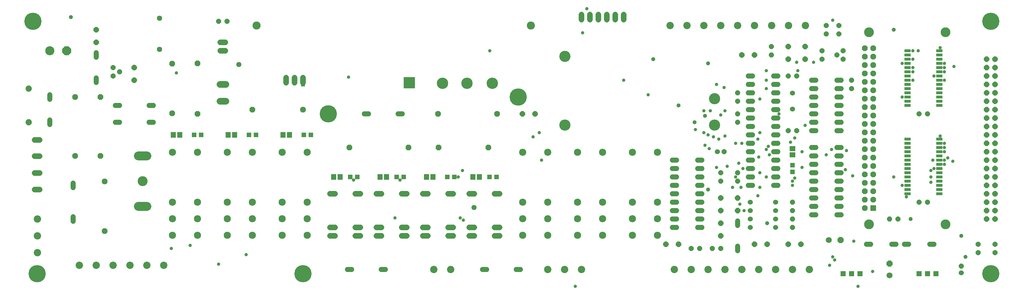
<source format=gts>
G75*
G70*
%OFA0B0*%
%FSLAX24Y24*%
%IPPOS*%
%LPD*%
%AMOC8*
5,1,8,0,0,1.08239X$1,22.5*
%
%ADD10C,0.2049*%
%ADD11C,0.0600*%
%ADD12OC8,0.0600*%
%ADD13C,0.0595*%
%ADD14C,0.1080*%
%ADD15OC8,0.1080*%
%ADD16OC8,0.0680*%
%ADD17C,0.0740*%
%ADD18OC8,0.0640*%
%ADD19C,0.0680*%
%ADD20C,0.0674*%
%ADD21C,0.0789*%
%ADD22C,0.1080*%
%ADD23C,0.1180*%
%ADD24R,0.1346X0.1346*%
%ADD25C,0.1346*%
%ADD26C,0.0600*%
%ADD27C,0.0634*%
%ADD28R,0.0552X0.0552*%
%ADD29R,0.0671X0.0592*%
%ADD30C,0.1163*%
%ADD31R,0.0680X0.0680*%
%ADD32R,0.0592X0.0671*%
%ADD33C,0.0848*%
%ADD34C,0.1328*%
%ADD35C,0.0867*%
%ADD36OC8,0.0710*%
%ADD37C,0.0710*%
%ADD38R,0.0630X0.0630*%
%ADD39C,0.0966*%
%ADD40R,0.0749X0.0336*%
%ADD41C,0.0397*%
%ADD42C,0.0476*%
%ADD43R,0.0476X0.0476*%
%ADD44C,0.0611*%
D10*
X003100Y002600D03*
X034600Y002600D03*
X037600Y021600D03*
X060100Y023600D03*
X116100Y032600D03*
X116100Y002600D03*
X002600Y032600D03*
D11*
X010100Y028860D02*
X010100Y028340D01*
X010100Y025860D02*
X010100Y025340D01*
X004600Y023860D02*
X004600Y023340D01*
X004600Y020860D02*
X004600Y020340D01*
X007350Y013360D02*
X007350Y012840D01*
X007350Y009360D02*
X007350Y008840D01*
X039840Y003100D02*
X040360Y003100D01*
X043840Y003100D02*
X044360Y003100D01*
X055840Y003100D02*
X056360Y003100D01*
X059840Y003100D02*
X060360Y003100D01*
X078340Y008100D02*
X078860Y008100D01*
X078860Y009100D02*
X078340Y009100D01*
X078340Y010100D02*
X078860Y010100D01*
X081340Y010100D02*
X081860Y010100D01*
X081860Y009100D02*
X081340Y009100D01*
X081340Y008100D02*
X081860Y008100D01*
X086100Y008340D02*
X086100Y008860D01*
X081860Y011100D02*
X081340Y011100D01*
X078860Y011100D02*
X078340Y011100D01*
X078340Y012100D02*
X078860Y012100D01*
X081340Y012100D02*
X081860Y012100D01*
X081860Y013100D02*
X081340Y013100D01*
X078860Y013100D02*
X078340Y013100D01*
X078340Y014100D02*
X078860Y014100D01*
X078860Y015100D02*
X078340Y015100D01*
X078340Y016100D02*
X078860Y016100D01*
X081340Y016100D02*
X081860Y016100D01*
X081860Y015100D02*
X081340Y015100D01*
X081340Y014100D02*
X081860Y014100D01*
X087340Y014100D02*
X087860Y014100D01*
X087860Y015100D02*
X087340Y015100D01*
X090340Y015100D02*
X090860Y015100D01*
X090860Y014100D02*
X090340Y014100D01*
X090340Y013100D02*
X090860Y013100D01*
X087860Y013100D02*
X087340Y013100D01*
X094840Y012600D02*
X095360Y012600D01*
X097840Y012600D02*
X098360Y012600D01*
X098360Y011600D02*
X097840Y011600D01*
X097840Y010600D02*
X098360Y010600D01*
X095360Y010600D02*
X094840Y010600D01*
X094840Y011600D02*
X095360Y011600D01*
X095360Y009600D02*
X094840Y009600D01*
X097840Y009600D02*
X098360Y009600D01*
X101340Y006100D02*
X101860Y006100D01*
X104340Y006100D02*
X104860Y006100D01*
X105840Y006100D02*
X106360Y006100D01*
X108840Y006100D02*
X109360Y006100D01*
X086100Y005860D02*
X086100Y005340D01*
X094840Y013600D02*
X095360Y013600D01*
X097840Y013600D02*
X098360Y013600D01*
X098360Y014600D02*
X097840Y014600D01*
X095360Y014600D02*
X094840Y014600D01*
X094840Y015600D02*
X095360Y015600D01*
X097840Y015600D02*
X098360Y015600D01*
X098360Y016600D02*
X097840Y016600D01*
X095360Y016600D02*
X094840Y016600D01*
X094840Y017600D02*
X095360Y017600D01*
X097840Y017600D02*
X098360Y017600D01*
X098360Y019600D02*
X097840Y019600D01*
X095360Y019600D02*
X094840Y019600D01*
X094840Y020600D02*
X095360Y020600D01*
X097840Y020600D02*
X098360Y020600D01*
X098360Y021600D02*
X097840Y021600D01*
X095360Y021600D02*
X094840Y021600D01*
X094840Y022600D02*
X095360Y022600D01*
X097840Y022600D02*
X098360Y022600D01*
X098360Y023600D02*
X097840Y023600D01*
X097840Y024600D02*
X098360Y024600D01*
X095360Y024600D02*
X094840Y024600D01*
X094840Y023600D02*
X095360Y023600D01*
X090860Y023100D02*
X090340Y023100D01*
X087860Y023100D02*
X087340Y023100D01*
X087340Y022100D02*
X087860Y022100D01*
X090340Y022100D02*
X090860Y022100D01*
X090860Y021100D02*
X090340Y021100D01*
X090340Y020100D02*
X090860Y020100D01*
X090860Y019100D02*
X090340Y019100D01*
X087860Y019100D02*
X087340Y019100D01*
X087340Y018100D02*
X087860Y018100D01*
X090340Y018100D02*
X090860Y018100D01*
X090860Y017100D02*
X090340Y017100D01*
X087860Y017100D02*
X087340Y017100D01*
X087340Y016100D02*
X087860Y016100D01*
X090340Y016100D02*
X090860Y016100D01*
X087860Y020100D02*
X087340Y020100D01*
X087340Y021100D02*
X087860Y021100D01*
X087860Y024100D02*
X087340Y024100D01*
X090340Y024100D02*
X090860Y024100D01*
X090860Y025100D02*
X090340Y025100D01*
X087860Y025100D02*
X087340Y025100D01*
X087340Y026100D02*
X087860Y026100D01*
X090340Y026100D02*
X090860Y026100D01*
X094840Y025600D02*
X095360Y025600D01*
X097840Y025600D02*
X098360Y025600D01*
X046360Y021600D02*
X045840Y021600D01*
X042360Y021600D02*
X041840Y021600D01*
D12*
X012850Y026600D03*
X012100Y026100D03*
X012100Y027100D03*
X024600Y032600D03*
X025600Y032600D03*
X084500Y017100D03*
X084100Y014600D03*
X086100Y014600D03*
X086100Y013600D03*
X084100Y013600D03*
X092600Y011100D03*
X092600Y010100D03*
X092600Y009100D03*
X092600Y008100D03*
X084100Y005600D03*
X083100Y005600D03*
X081600Y005600D03*
X080600Y005600D03*
X104100Y009100D03*
X105100Y009100D03*
X107600Y011100D03*
X108600Y011100D03*
X114600Y006100D03*
X116600Y006100D03*
X116600Y005100D03*
X114600Y005100D03*
X112600Y003500D03*
X093100Y019600D03*
X092100Y019600D03*
X086100Y020600D03*
X086100Y021600D03*
X086100Y023100D03*
X086100Y024100D03*
X092100Y026100D03*
X093100Y026100D03*
X096100Y028100D03*
X097850Y028600D03*
X098600Y029100D03*
X096100Y029100D03*
X098600Y028100D03*
X099600Y025600D03*
X099600Y024600D03*
X107600Y021600D03*
X108600Y021600D03*
X090100Y028600D03*
X090100Y029600D03*
X096600Y031100D03*
X098100Y031100D03*
X098100Y032100D03*
X096600Y032100D03*
D13*
X016857Y022600D02*
X016343Y022600D01*
X012857Y022600D02*
X012343Y022600D01*
X012343Y020600D02*
X012857Y020600D01*
X016343Y020600D02*
X016857Y020600D01*
D14*
X004600Y029100D03*
D15*
X006600Y029100D03*
D16*
X019100Y027550D03*
X022100Y027600D03*
X010600Y023600D03*
X007600Y023600D03*
X019100Y021650D03*
X022100Y021600D03*
X028600Y022100D03*
X034600Y022100D03*
X040100Y017600D03*
X047100Y017600D03*
X050650Y017600D03*
X056550Y017600D03*
X057600Y021600D03*
X050600Y021600D03*
X011100Y013550D03*
X010600Y016600D03*
X007600Y016600D03*
X011100Y007650D03*
X101163Y010395D03*
X101163Y011395D03*
X102163Y011395D03*
X102163Y012395D03*
X101163Y012395D03*
X101163Y013395D03*
X102163Y013395D03*
X102163Y014395D03*
X101163Y014395D03*
X101163Y015395D03*
X102163Y015395D03*
X102163Y016395D03*
X101163Y016395D03*
X101163Y017395D03*
X102163Y017395D03*
X102163Y018395D03*
X101163Y018395D03*
X101163Y019395D03*
X102163Y019395D03*
X102163Y020395D03*
X101163Y020395D03*
X101163Y021395D03*
X102163Y021395D03*
X102163Y022395D03*
X101163Y022395D03*
X101163Y023395D03*
X102163Y023395D03*
X102163Y024395D03*
X101163Y024395D03*
X101163Y025395D03*
X102163Y025395D03*
X102163Y026395D03*
X101163Y026395D03*
X101163Y027395D03*
X102163Y027395D03*
X102163Y028395D03*
X101163Y028395D03*
X101163Y029395D03*
X102163Y029395D03*
D17*
X002100Y024600D03*
X002100Y020600D03*
D18*
X014600Y025600D03*
X014600Y027100D03*
X010100Y030100D03*
X010100Y031600D03*
X060600Y021600D03*
X062100Y021600D03*
X086600Y028600D03*
X088100Y028600D03*
X092100Y028100D03*
X094100Y028100D03*
X094100Y029600D03*
X092100Y029600D03*
X115600Y028100D03*
X116600Y028100D03*
X116600Y027100D03*
X115600Y027100D03*
X115600Y026100D03*
X116600Y026100D03*
X116600Y025100D03*
X115600Y025100D03*
X115600Y024100D03*
X116600Y024100D03*
X116600Y023100D03*
X115600Y023100D03*
X115600Y022100D03*
X116600Y022100D03*
X116600Y021100D03*
X115600Y021100D03*
X115600Y020100D03*
X116600Y020100D03*
X116600Y019100D03*
X115600Y019100D03*
X115600Y018100D03*
X116600Y018100D03*
X116600Y017100D03*
X115600Y017100D03*
X115600Y016100D03*
X116600Y016100D03*
X116600Y015100D03*
X115600Y015100D03*
X115600Y014100D03*
X116600Y014100D03*
X116600Y013100D03*
X115600Y013100D03*
X115600Y012100D03*
X116600Y012100D03*
X116600Y011100D03*
X115600Y011100D03*
X115600Y010100D03*
X116600Y010100D03*
X116600Y009100D03*
X115600Y009100D03*
X093600Y006100D03*
X092100Y006100D03*
X089600Y006100D03*
X088100Y006100D03*
X084100Y007100D03*
X084100Y008600D03*
X084100Y010100D03*
X086100Y010100D03*
X086100Y011600D03*
X084100Y011600D03*
X079100Y006100D03*
X077600Y006100D03*
D19*
X057900Y007100D02*
X057300Y007100D01*
X054900Y007100D02*
X054300Y007100D01*
X052400Y007100D02*
X051800Y007100D01*
X049400Y007100D02*
X048800Y007100D01*
X046900Y007100D02*
X046300Y007100D01*
X043900Y007100D02*
X043300Y007100D01*
X041400Y007100D02*
X040800Y007100D01*
X038400Y007100D02*
X037800Y007100D01*
X037800Y008100D02*
X038400Y008100D01*
X040800Y008100D02*
X041400Y008100D01*
X043300Y008100D02*
X043900Y008100D01*
X046300Y008100D02*
X046900Y008100D01*
X048800Y008100D02*
X049400Y008100D01*
X051800Y008100D02*
X052400Y008100D01*
X054300Y008100D02*
X054900Y008100D01*
X057300Y008100D02*
X057900Y008100D01*
X057900Y012100D02*
X057300Y012100D01*
X054900Y012100D02*
X054300Y012100D01*
X052400Y012100D02*
X051800Y012100D01*
X049400Y012100D02*
X048800Y012100D01*
X046900Y012100D02*
X046300Y012100D01*
X043900Y012100D02*
X043300Y012100D01*
X041400Y012100D02*
X040800Y012100D01*
X038400Y012100D02*
X037800Y012100D01*
X003400Y012600D02*
X002800Y012600D01*
X002800Y014570D02*
X003400Y014570D01*
X003400Y016550D02*
X002800Y016550D01*
X002800Y018510D02*
X003400Y018510D01*
X032600Y025300D02*
X032600Y025900D01*
X033600Y025900D02*
X033600Y025300D01*
X034600Y025300D02*
X034600Y025900D01*
X067600Y032800D02*
X067600Y033400D01*
X068600Y033400D02*
X068600Y032800D01*
X069600Y032800D02*
X069600Y033400D01*
X070600Y033400D02*
X070600Y032800D01*
X071600Y032800D02*
X071600Y033400D01*
X072600Y033400D02*
X072600Y032800D01*
D20*
X025397Y030100D02*
X024803Y030100D01*
X024803Y029100D02*
X025397Y029100D01*
D21*
X025454Y025100D02*
X024746Y025100D01*
X024746Y023100D02*
X025454Y023100D01*
D22*
X016100Y016600D02*
X015100Y016600D01*
X015100Y010600D02*
X016100Y010600D01*
D23*
X015600Y013600D03*
D24*
X047183Y025293D03*
D25*
X051104Y025234D03*
X054006Y025234D03*
X057006Y025234D03*
D26*
X083700Y017100D03*
X092600Y022150D03*
X092600Y024050D03*
X090600Y011100D03*
X090600Y010100D03*
X090600Y009100D03*
X090600Y008100D03*
X087600Y008100D03*
X087600Y009100D03*
X087600Y010100D03*
X087600Y011100D03*
X112600Y002700D03*
D27*
X017600Y029250D03*
X017600Y032950D03*
D28*
X021687Y019100D03*
X022513Y019100D03*
X028187Y019100D03*
X029013Y019100D03*
X034687Y019100D03*
X035513Y019100D03*
X040187Y014100D03*
X041013Y014100D03*
X045687Y014100D03*
X046513Y014100D03*
X051687Y014100D03*
X052513Y014100D03*
X056687Y014100D03*
X057513Y014100D03*
X092600Y014687D03*
X092600Y015513D03*
D29*
X092600Y016726D03*
X092600Y017474D03*
D30*
X101667Y008478D03*
X110722Y008478D03*
X110722Y031313D03*
X101667Y031313D03*
D31*
X102163Y010395D03*
D32*
X055474Y014100D03*
X054726Y014100D03*
X049974Y014100D03*
X049226Y014100D03*
X044474Y014100D03*
X043726Y014100D03*
X038974Y014100D03*
X038226Y014100D03*
X032974Y019100D03*
X032226Y019100D03*
X026474Y019100D03*
X025726Y019100D03*
X019974Y019100D03*
X019226Y019100D03*
D33*
X019124Y017021D03*
X022076Y017021D03*
X025624Y017021D03*
X028576Y017021D03*
X032124Y017021D03*
X035076Y017021D03*
X035076Y011116D03*
X032124Y011116D03*
X028576Y011116D03*
X025624Y011116D03*
X022076Y011116D03*
X019124Y011116D03*
X019124Y009147D03*
X022076Y009147D03*
X025624Y009147D03*
X028576Y009147D03*
X032124Y009147D03*
X035076Y009147D03*
X035076Y007179D03*
X032124Y007179D03*
X028576Y007179D03*
X025624Y007179D03*
X022076Y007179D03*
X019124Y007179D03*
X060624Y007179D03*
X063576Y007179D03*
X067124Y007179D03*
X070076Y007179D03*
X073624Y007179D03*
X076576Y007179D03*
X076576Y009147D03*
X073624Y009147D03*
X070076Y009147D03*
X067124Y009147D03*
X063576Y009147D03*
X060624Y009147D03*
X060624Y011116D03*
X063576Y011116D03*
X067124Y011116D03*
X070076Y011116D03*
X073624Y011116D03*
X076576Y011116D03*
X076576Y017021D03*
X073624Y017021D03*
X070076Y017021D03*
X067124Y017021D03*
X063576Y017021D03*
X060624Y017021D03*
D34*
X065624Y020256D03*
X083340Y020256D03*
X083340Y023405D03*
X065624Y028444D03*
D35*
X078100Y032090D03*
X080100Y032090D03*
X082100Y032090D03*
X084100Y032090D03*
X086100Y032090D03*
X088100Y032090D03*
X090108Y032090D03*
X092108Y032090D03*
X094108Y032090D03*
X003110Y009108D03*
X003110Y007108D03*
X003110Y005108D03*
X008100Y003610D03*
X010100Y003610D03*
X012100Y003610D03*
X014100Y003610D03*
X016100Y003610D03*
X018100Y003610D03*
X050092Y003110D03*
X052092Y003110D03*
X063592Y003110D03*
X065592Y003110D03*
X067592Y003110D03*
X078592Y003110D03*
X080592Y003110D03*
X082592Y003110D03*
X084592Y003110D03*
X086592Y003110D03*
X088592Y003110D03*
X090592Y003110D03*
X092592Y003110D03*
X094592Y003110D03*
D36*
X104100Y003800D03*
X098300Y006600D03*
D37*
X096900Y006600D03*
X104100Y002400D03*
D38*
X100600Y002600D03*
X099600Y002600D03*
X098600Y002600D03*
X107600Y002600D03*
X108600Y002600D03*
X109600Y002600D03*
D39*
X061600Y032100D03*
X029100Y032100D03*
D40*
X106218Y029100D03*
X106218Y028600D03*
X106218Y028100D03*
X106218Y027600D03*
X106218Y027100D03*
X106218Y026600D03*
X106218Y026100D03*
X106218Y025600D03*
X106218Y025100D03*
X106218Y024600D03*
X106218Y024100D03*
X106218Y023600D03*
X106218Y023100D03*
X106218Y022600D03*
X109982Y022600D03*
X109982Y023100D03*
X109982Y023600D03*
X109982Y024100D03*
X109982Y024600D03*
X109982Y025100D03*
X109982Y025600D03*
X109982Y026100D03*
X109982Y026600D03*
X109982Y027100D03*
X109982Y027600D03*
X109982Y028100D03*
X109982Y028600D03*
X109982Y029100D03*
X109982Y018600D03*
X109982Y018100D03*
X109982Y017600D03*
X109982Y017100D03*
X109982Y016600D03*
X109982Y016100D03*
X109982Y015600D03*
X109982Y015100D03*
X109982Y014600D03*
X109982Y014100D03*
X109982Y013600D03*
X109982Y013100D03*
X109982Y012600D03*
X109982Y012100D03*
X106218Y012100D03*
X106218Y012600D03*
X106218Y013100D03*
X106218Y013600D03*
X106218Y014100D03*
X106218Y014600D03*
X106218Y015100D03*
X106218Y015600D03*
X106218Y016100D03*
X106218Y016600D03*
X106218Y017100D03*
X106218Y017600D03*
X106218Y018100D03*
X106218Y018600D03*
D41*
X110100Y018975D03*
X110600Y018100D03*
X110600Y017600D03*
X110600Y017100D03*
X110975Y016350D03*
X110600Y016100D03*
X110600Y015600D03*
X111600Y015975D03*
X109225Y016100D03*
X109350Y015100D03*
X108975Y014850D03*
X108975Y014100D03*
X108975Y013475D03*
X105600Y013100D03*
X104600Y014100D03*
X099725Y014225D03*
X098850Y014975D03*
X093725Y015225D03*
X089475Y014100D03*
X088725Y014600D03*
X086725Y015100D03*
X084850Y015350D03*
X083600Y015225D03*
X086225Y015725D03*
X088600Y016475D03*
X089850Y016725D03*
X089475Y017350D03*
X089725Y017725D03*
X088475Y018600D03*
X088725Y019350D03*
X086600Y018100D03*
X085850Y018100D03*
X084600Y018975D03*
X083850Y018600D03*
X083225Y018850D03*
X082600Y019100D03*
X082100Y019350D03*
X081100Y019725D03*
X084100Y021475D03*
X084600Y021975D03*
X082850Y021975D03*
X082100Y021975D03*
X075475Y023850D03*
X072600Y025600D03*
X083600Y025100D03*
X084475Y024725D03*
X088725Y023350D03*
X089475Y024600D03*
X089475Y025600D03*
X089475Y026725D03*
X093225Y026725D03*
X093100Y027725D03*
X095100Y027725D03*
X105600Y027600D03*
X106850Y028100D03*
X106850Y027100D03*
X106850Y026600D03*
X109350Y026100D03*
X110600Y026600D03*
X110600Y027100D03*
X111725Y027225D03*
X110600Y027600D03*
X107475Y029100D03*
X106850Y029100D03*
X110100Y029475D03*
X110600Y025600D03*
X106850Y025600D03*
X105600Y023600D03*
X094100Y020225D03*
X092850Y018725D03*
X092350Y018225D03*
X093725Y017100D03*
X096600Y016725D03*
X097225Y017350D03*
X098975Y017225D03*
X092850Y013975D03*
X092600Y013600D03*
X092600Y013100D03*
X088725Y012850D03*
X086475Y012850D03*
X085475Y012850D03*
X088475Y011850D03*
X086350Y010850D03*
X086850Y010100D03*
X099850Y006475D03*
X097350Y004600D03*
X097600Y004225D03*
X096975Y003600D03*
X102100Y002850D03*
X100350Y001100D03*
X066850Y001100D03*
X053600Y008975D03*
X053225Y009225D03*
X045475Y009225D03*
X046100Y013725D03*
X040600Y013725D03*
X052975Y014100D03*
X053475Y014850D03*
X062850Y016100D03*
X061850Y018850D03*
X062600Y019350D03*
X082225Y017850D03*
X082725Y017475D03*
X085850Y014100D03*
X106100Y011725D03*
X090975Y021600D03*
X067725Y031225D03*
X068225Y034100D03*
X056725Y029100D03*
X039975Y025975D03*
X019600Y026475D03*
X021225Y005975D03*
X018975Y005600D03*
X024600Y003725D03*
X027850Y004850D03*
X097350Y032725D03*
D42*
X104600Y031600D03*
X082600Y027600D03*
X076100Y028100D03*
X079100Y022600D03*
X082225Y021350D03*
X080975Y020600D03*
X082600Y012600D03*
X089600Y008600D03*
X106600Y009100D03*
X112600Y007100D03*
X113100Y004600D03*
X007100Y033100D03*
D43*
X034600Y025100D03*
D44*
X026975Y027475D03*
X054850Y010475D03*
M02*

</source>
